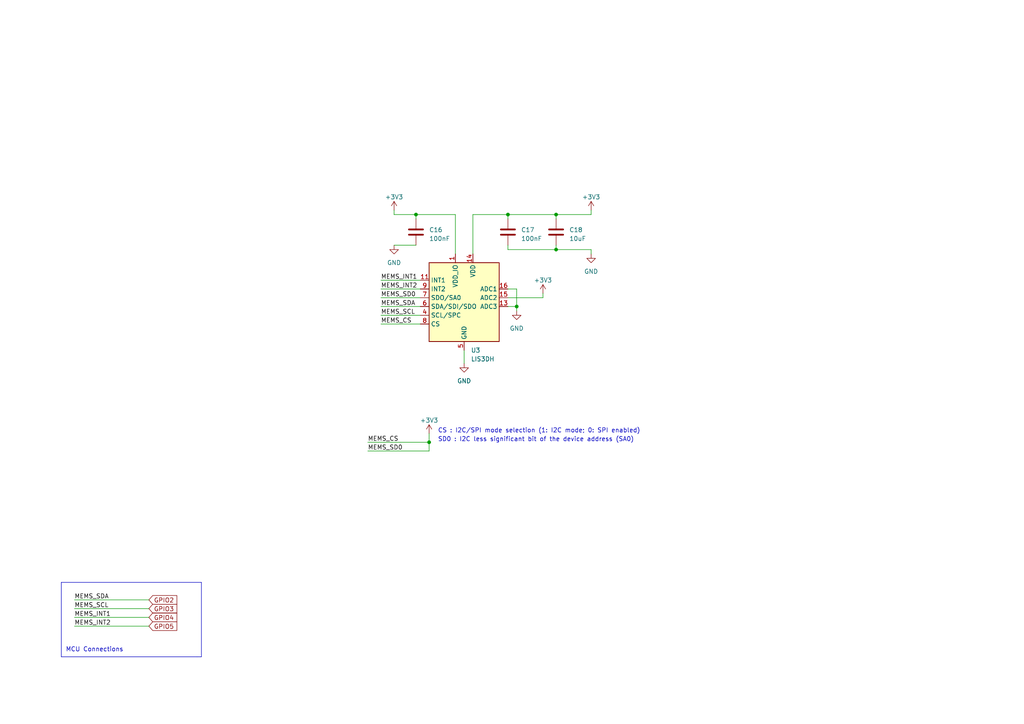
<source format=kicad_sch>
(kicad_sch (version 20230121) (generator eeschema)
  (paper "A4")
  (lib_symbols
    (symbol "Device:C" (pin_numbers hide) (pin_names (offset 0.254))
      (property "Reference" "C" (at 0.635 2.54 0))
      (property "Value" "C" (at 0.635 -2.54 0))
      (symbol "C_0_1"
        (polyline (pts (xy -2.032 -0.762) (xy 2.032 -0.762)) (stroke (width 0.508)))
        (polyline (pts (xy -2.032 0.762) (xy 2.032 0.762)) (stroke (width 0.508)))
      )
      (symbol "C_1_1"
        (pin passive line (at 0 3.81 270) (length 2.794) (name "~") (number "1"))
        (pin passive line (at 0 -3.81 90) (length 2.794) (name "~") (number "2"))
      )
    )
    (symbol "Sensor_Motion:LIS3DH"
      (property "Reference" "U" (at -7.62 11.43 0))
      (property "Value" "LIS3DH" (at 6.35 11.43 0))
      (symbol "LIS3DH_0_1"
        (rectangle (start -10.16 10.16) (end 10.16 -12.7) (stroke (width 0.254)) (fill (type background)))
      )
      (symbol "LIS3DH_1_1"
        (pin power_in line (at -2.54 12.7 270) (length 2.54) (name "VDD_IO") (number "1"))
        (pin passive line (at 0 -15.24 90) (length 2.54) hide (name "GND") (number "10"))
        (pin output line (at -12.7 5.08 0) (length 2.54) (name "INT1") (number "11"))
        (pin passive line (at 0 -15.24 90) (length 2.54) hide (name "GND") (number "12"))
        (pin input line (at 12.7 -2.54 180) (length 2.54) (name "ADC3") (number "13"))
        (pin power_in line (at 2.54 12.7 270) (length 2.54) (name "VDD") (number "14"))
        (pin input line (at 12.7 0 180) (length 2.54) (name "ADC2") (number "15"))
        (pin input line (at 12.7 2.54 180) (length 2.54) (name "ADC1") (number "16"))
        (pin no_connect line (at 10.16 5.08 180) (length 2.54) hide (name "NC") (number "2"))
        (pin no_connect line (at 10.16 7.62 180) (length 2.54) hide (name "NC") (number "3"))
        (pin input line (at -12.7 -5.08 0) (length 2.54) (name "SCL/SPC") (number "4"))
        (pin power_in line (at 0 -15.24 90) (length 2.54) (name "GND") (number "5"))
        (pin bidirectional line (at -12.7 -2.54 0) (length 2.54) (name "SDA/SDI/SDO") (number "6"))
        (pin bidirectional line (at -12.7 0 0) (length 2.54) (name "SDO/SA0") (number "7"))
        (pin input line (at -12.7 -7.62 0) (length 2.54) (name "CS") (number "8"))
        (pin output line (at -12.7 2.54 0) (length 2.54) (name "INT2") (number "9"))
      )
    )
    (symbol "power:+3V3" (power) (pin_names (offset 0))
      (property "Value" "+3V3" (at 0 3.556 0))
      (symbol "+3V3_0_1"
        (polyline (pts (xy -0.762 1.27) (xy 0 2.54)))
        (polyline (pts (xy 0 0) (xy 0 2.54)))
        (polyline (pts (xy 0 2.54) (xy 0.762 1.27)))
      )
      (symbol "+3V3_1_1"
        (pin power_in line (at 0 0 90) (length 0) hide (name "+3V3") (number "1"))
      )
    )
    (symbol "power:GND" (power) (pin_names (offset 0))
      (property "Value" "GND" (at 0 -3.81 0))
      (symbol "GND_0_1"
        (polyline (pts (xy 0 0) (xy 0 -1.27) (xy 1.27 -1.27) (xy 0 -2.54) (xy -1.27 -1.27) (xy 0 -1.27)))
      )
      (symbol "GND_1_1"
        (pin power_in line (at 0 0 270) (length 0) hide (name "GND") (number "1"))
      )
    )
  )
  (junction (at 161.29 62.23))
  (junction (at 161.29 72.39))
  (junction (at 149.86 88.9))
  (junction (at 147.32 62.23))
  (junction (at 120.65 62.23))
  (junction (at 124.46 128.27))
  (wire (pts (xy 120.65 62.23) (xy 120.65 63.5)))
  (polyline (pts (xy 57.15 190.5) (xy 58.42 190.5)))
  (wire (pts (xy 21.59 181.61) (xy 43.18 181.61)))
  (wire (pts (xy 137.16 73.66) (xy 137.16 62.23)))
  (polyline (pts (xy 17.78 168.91) (xy 58.42 168.91)))
  (wire (pts (xy 149.86 83.82) (xy 149.86 88.9)))
  (wire (pts (xy 147.32 83.82) (xy 149.86 83.82)))
  (wire (pts (xy 124.46 130.81) (xy 124.46 128.27)))
  (polyline (pts (xy 58.42 190.5) (xy 58.42 168.91)))
  (wire (pts (xy 21.59 173.99) (xy 43.18 173.99)))
  (wire (pts (xy 110.49 91.44) (xy 121.92 91.44)))
  (wire (pts (xy 149.86 88.9) (xy 149.86 90.17)))
  (wire (pts (xy 110.49 81.28) (xy 121.92 81.28)))
  (wire (pts (xy 147.32 71.12) (xy 147.32 72.39)))
  (wire (pts (xy 134.62 101.6) (xy 134.62 105.41)))
  (wire (pts (xy 124.46 128.27) (xy 124.46 125.73)))
  (wire (pts (xy 161.29 72.39) (xy 161.29 71.12)))
  (wire (pts (xy 110.49 83.82) (xy 121.92 83.82)))
  (wire (pts (xy 21.59 176.53) (xy 43.18 176.53)))
  (wire (pts (xy 114.3 60.96) (xy 114.3 62.23)))
  (wire (pts (xy 110.49 88.9) (xy 121.92 88.9)))
  (wire (pts (xy 157.48 86.36) (xy 157.48 85.09)))
  (wire (pts (xy 106.68 130.81) (xy 124.46 130.81)))
  (wire (pts (xy 147.32 62.23) (xy 147.32 63.5)))
  (wire (pts (xy 110.49 93.98) (xy 121.92 93.98)))
  (wire (pts (xy 110.49 86.36) (xy 121.92 86.36)))
  (wire (pts (xy 114.3 71.12) (xy 120.65 71.12)))
  (wire (pts (xy 147.32 88.9) (xy 149.86 88.9)))
  (wire (pts (xy 147.32 72.39) (xy 161.29 72.39)))
  (polyline (pts (xy 17.78 190.5) (xy 57.15 190.5)))
  (wire (pts (xy 106.68 128.27) (xy 124.46 128.27)))
  (wire (pts (xy 171.45 72.39) (xy 171.45 73.66)))
  (wire (pts (xy 114.3 62.23) (xy 120.65 62.23)))
  (wire (pts (xy 21.59 179.07) (xy 43.18 179.07)))
  (polyline (pts (xy 17.78 168.91) (xy 17.78 190.5)))
  (wire (pts (xy 161.29 62.23) (xy 161.29 63.5)))
  (wire (pts (xy 171.45 60.96) (xy 171.45 62.23)))
  (wire (pts (xy 161.29 72.39) (xy 171.45 72.39)))
  (wire (pts (xy 132.08 73.66) (xy 132.08 62.23)))
  (wire (pts (xy 147.32 86.36) (xy 157.48 86.36)))
  (wire (pts (xy 161.29 62.23) (xy 171.45 62.23)))
  (wire (pts (xy 132.08 62.23) (xy 120.65 62.23)))
  (wire (pts (xy 147.32 62.23) (xy 161.29 62.23)))
  (wire (pts (xy 137.16 62.23) (xy 147.32 62.23)))
  (text "MCU Connections" (at 19.05 189.23 0) (effects (font (size 1.27 1.27)) (justify left bottom)))
  (text "CS : I2C/SPI mode selection (1: I2C mode; 0: SPI enabled)" (at 127 125.73 0) (effects (font (size 1.27 1.27)) (justify left bottom)))
  (text "SD0 : I2C less significant bit of the device address (SA0)" (at 127 128.27 0) (effects (font (size 1.27 1.27)) (justify left bottom)))
  (label "MEMS_INT1" (at 21.59 179.07 0))
  (label "MEMS_SD0" (at 106.68 130.81 0))
  (label "MEMS_SCL" (at 21.59 176.53 0))
  (label "MEMS_INT2" (at 21.59 181.61 0))
  (label "MEMS_INT1" (at 110.49 81.28 0))
  (label "MEMS_SDA" (at 21.59 173.99 0))
  (label "MEMS_SDA" (at 110.49 88.9 0))
  (label "MEMS_SD0" (at 110.49 86.36 0))
  (label "MEMS_SCL" (at 110.49 91.44 0))
  (label "MEMS_INT2" (at 110.49 83.82 0))
  (label "MEMS_CS" (at 110.49 93.98 0))
  (label "MEMS_CS" (at 106.68 128.27 0))
  (global_label "GPIO5" (shape input) (at 43.18 181.61 0) (property "Intersheetrefs" "${INTERSHEET_REFS}" (effects hide)))
  (global_label "GPIO3" (shape input) (at 43.18 176.53 0) (property "Intersheetrefs" "${INTERSHEET_REFS}" (effects hide)))
  (global_label "GPIO2" (shape input) (at 43.18 173.99 0) (property "Intersheetrefs" "${INTERSHEET_REFS}" (effects hide)))
  (global_label "GPIO4" (shape input) (at 43.18 179.07 0) (property "Intersheetrefs" "${INTERSHEET_REFS}" (effects hide)))
  (symbol (lib_id "power:+3V3") (at 114.3 60.96 0) (unit 1)
    (property "Reference" "#PWR022" (effects hide))
    (property "Value" "+3V3" (at 114.3 57.15 0))
  )
  (symbol (lib_id "Device:C") (at 147.32 67.31 0) (unit 1)
    (property "Reference" "C17" (at 151.13 66.675 0) (effects (justify left)))
    (property "Value" "100nF" (at 151.13 69.215 0) (effects (justify left)))
    (property "Footprint" "Capacitor_SMD:C_0603_1608Metric" (effects hide))
  )
  (symbol (lib_id "power:+3V3") (at 157.48 85.09 0) (unit 1)
    (property "Reference" "#PWR027" (effects hide))
    (property "Value" "+3V3" (at 157.48 81.28 0))
  )
  (symbol (lib_id "Device:C") (at 161.29 67.31 0) (unit 1)
    (property "Reference" "C18" (at 165.1 66.675 0) (effects (justify left)))
    (property "Value" "10uF" (at 165.1 69.215 0) (effects (justify left)))
    (property "Footprint" "Capacitor_SMD:C_0603_1608Metric" (effects hide))
  )
  (symbol (lib_id "power:+3V3") (at 124.46 125.73 0) (unit 1)
    (property "Reference" "#PWR024" (effects hide))
    (property "Value" "+3V3" (at 124.46 121.92 0))
  )
  (symbol (lib_id "Device:C") (at 120.65 67.31 0) (unit 1)
    (property "Reference" "C16" (at 124.46 66.675 0) (effects (justify left)))
    (property "Value" "100nF" (at 124.46 69.215 0) (effects (justify left)))
    (property "Footprint" "Capacitor_SMD:C_0603_1608Metric" (effects hide))
  )
  (symbol (lib_id "power:GND") (at 114.3 71.12 0) (unit 1)
    (property "Reference" "#PWR023" (effects hide))
    (property "Value" "GND" (at 114.3 76.2 0))
  )
  (symbol (lib_id "power:+3V3") (at 171.45 60.96 0) (unit 1)
    (property "Reference" "#PWR028" (effects hide))
    (property "Value" "+3V3" (at 171.45 57.15 0))
  )
  (symbol (lib_id "power:GND") (at 171.45 73.66 0) (unit 1)
    (property "Reference" "#PWR029" (effects hide))
    (property "Value" "GND" (at 171.45 78.74 0))
  )
  (symbol (lib_id "power:GND") (at 134.62 105.41 0) (unit 1)
    (property "Reference" "#PWR025" (effects hide))
    (property "Value" "GND" (at 134.62 110.49 0))
  )
  (symbol (lib_id "Sensor_Motion:LIS3DH") (at 134.62 86.36 0) (unit 1)
    (property "Reference" "U3" (at 136.5759 101.6 0) (effects (justify left)))
    (property "Value" "LIS3DH" (at 136.5759 104.14 0) (effects (justify left)))
    (property "Footprint" "Package_LGA:LGA-16_3x3mm_P0.5mm_LayoutBorder3x5y" (effects hide))
    (property "Datasheet" "https://www.st.com/resource/en/datasheet/cd00274221.pdf" (effects hide))
  )
  (symbol (lib_id "power:GND") (at 149.86 90.17 0) (unit 1)
    (property "Reference" "#PWR026" (effects hide))
    (property "Value" "GND" (at 149.86 95.25 0))
  )
)
</source>
